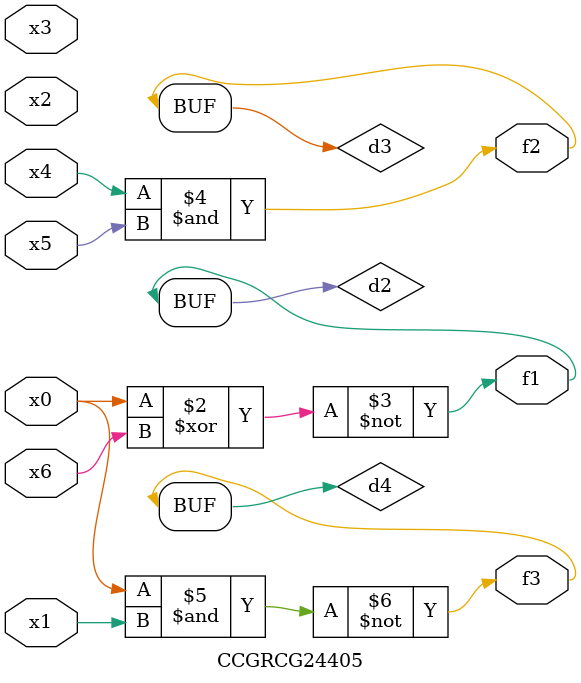
<source format=v>
module CCGRCG24405(
	input x0, x1, x2, x3, x4, x5, x6,
	output f1, f2, f3
);

	wire d1, d2, d3, d4;

	nor (d1, x0);
	xnor (d2, x0, x6);
	and (d3, x4, x5);
	nand (d4, x0, x1);
	assign f1 = d2;
	assign f2 = d3;
	assign f3 = d4;
endmodule

</source>
